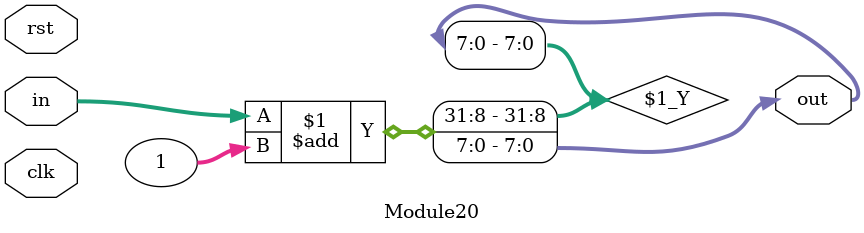
<source format=sv>
module topp(input logic clk, input logic rst, input logic [7:0] in, output logic [7:0] out);
    logic [7:0] result;
    Module1 m1(.clk(clk), .rst(rst), .in(in), .out(result));
    assign out = result;
endmodule

module Module1(input logic clk, rst, input logic [7:0] in, output logic [7:0] out);
    logic [7:0] temp;
    Module2 m(.clk(clk), .rst(rst), .in(in + 1), .out(temp));
    assign out = temp;
endmodule

module Module2(input logic clk, rst, input logic [7:0] in, output logic [7:0] out);
    logic [7:0] temp;
    Module3 m(.clk(clk), .rst(rst), .in(in + 1), .out(temp));
    assign out = temp;
endmodule

module Module3(input logic clk, rst, input logic [7:0] in, output logic [7:0] out);
    logic [7:0] temp;
    Module4 m(.clk(clk), .rst(rst), .in(in + 1), .out(temp));
    assign out = temp;
endmodule

module Module4(input logic clk, rst, input logic [7:0] in, output logic [7:0] out);
    logic [7:0] temp;
    Module5 m(.clk(clk), .rst(rst), .in(in + 1), .out(temp));
    assign out = temp;
endmodule

module Module5(input logic clk, rst, input logic [7:0] in, output logic [7:0] out);
    logic [7:0] temp;
    Module6 m(.clk(clk), .rst(rst), .in(in + 1), .out(temp));
    assign out = temp;
endmodule

module Module6(input logic clk, rst, input logic [7:0] in, output logic [7:0] out);
    logic [7:0] temp;
    Module7 m(.clk(clk), .rst(rst), .in(in + 1), .out(temp));
    assign out = temp;
endmodule

module Module7(input logic clk, rst, input logic [7:0] in, output logic [7:0] out);
    logic [7:0] temp;
    Module8 m(.clk(clk), .rst(rst), .in(in + 1), .out(temp));
    assign out = temp;
endmodule

module Module8(input logic clk, rst, input logic [7:0] in, output logic [7:0] out);
    logic [7:0] temp;
    Module9 m(.clk(clk), .rst(rst), .in(in + 1), .out(temp));
    assign out = temp;
endmodule

module Module9(input logic clk, rst, input logic [7:0] in, output logic [7:0] out);
    logic [7:0] temp;
    Module10 m(.clk(clk), .rst(rst), .in(in + 1), .out(temp));
    assign out = temp;
endmodule

module Module10(input logic clk, rst, input logic [7:0] in, output logic [7:0] out);
    logic [7:0] temp;
    Module11 m(.clk(clk), .rst(rst), .in(in + 1), .out(temp));
    assign out = temp;
endmodule

module Module11(input logic clk, rst, input logic [7:0] in, output logic [7:0] out);
    logic [7:0] temp;
    Module12 m(.clk(clk), .rst(rst), .in(in + 1), .out(temp));
    assign out = temp;
endmodule

module Module12(input logic clk, rst, input logic [7:0] in, output logic [7:0] out);
    logic [7:0] temp;
    Module13 m(.clk(clk), .rst(rst), .in(in + 1), .out(temp));
    assign out = temp;
endmodule

module Module13(input logic clk, rst, input logic [7:0] in, output logic [7:0] out);
    logic [7:0] temp;
    Module14 m(.clk(clk), .rst(rst), .in(in + 1), .out(temp));
    assign out = temp;
endmodule

module Module14(input logic clk, rst, input logic [7:0] in, output logic [7:0] out);
    logic [7:0] temp;
    Module15 m(.clk(clk), .rst(rst), .in(in + 1), .out(temp));
    assign out = temp;
endmodule

module Module15(input logic clk, rst, input logic [7:0] in, output logic [7:0] out);
    logic [7:0] temp;
    Module16 m(.clk(clk), .rst(rst), .in(in + 1), .out(temp));
    assign out = temp;
endmodule

module Module16(input logic clk, rst, input logic [7:0] in, output logic [7:0] out);
    logic [7:0] temp;
    Module17 m(.clk(clk), .rst(rst), .in(in + 1), .out(temp));
    assign out = temp;
endmodule

module Module17(input logic clk, rst, input logic [7:0] in, output logic [7:0] out);
    logic [7:0] temp;
    Module18 m(.clk(clk), .rst(rst), .in(in + 1), .out(temp));
    assign out = temp;
endmodule

module Module18(input logic clk, rst, input logic [7:0] in, output logic [7:0] out);
    logic [7:0] temp;
    Module19 m(.clk(clk), .rst(rst), .in(in + 1), .out(temp));
    assign out = temp;
endmodule

module Module19(input logic clk, rst, input logic [7:0] in, output logic [7:0] out);
    logic [7:0] temp;
    Module20 m(.clk(clk), .rst(rst), .in(in + 1), .out(temp));
    assign out = temp;
endmodule

module Module20(input logic clk, rst, input logic [7:0] in, output logic [7:0] out);
    assign out = in + 1;
endmodule

</source>
